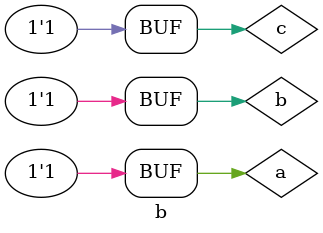
<source format=sv>
module b();
logic a,b,c,d,e;

a dut(a,b,c,d,e);
initial begin
$dumpfile("dump.vcd");
$dumpvars;

a=0; b=0; c=0;
#10
a=0; b=0; c=1;
#10
a=0; b=1; c=0;
#10
a=0; b=1; c=1;
#10
a=1; b=0; c=0;
#10
a=1; b=0; c=1;
#10
a=1; b=1; c=0;
#10
a=1; b=1; c=1;
end
endmodule

</source>
